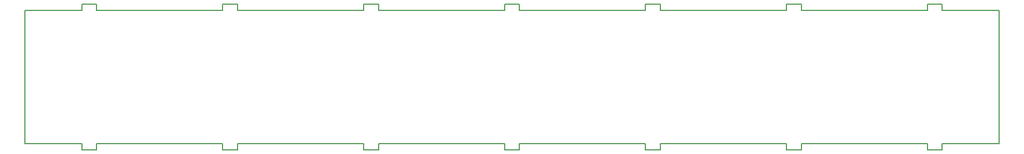
<source format=gbr>
%TF.GenerationSoftware,KiCad,Pcbnew,8.0.4*%
%TF.CreationDate,2024-09-26T21:02:32-07:00*%
%TF.ProjectId,KSS_V50,4b53535f-5635-4302-9e6b-696361645f70,rev?*%
%TF.SameCoordinates,Original*%
%TF.FileFunction,Profile,NP*%
%FSLAX46Y46*%
G04 Gerber Fmt 4.6, Leading zero omitted, Abs format (unit mm)*
G04 Created by KiCad (PCBNEW 8.0.4) date 2024-09-26 21:02:32*
%MOMM*%
%LPD*%
G01*
G04 APERTURE LIST*
%TA.AperFunction,Profile*%
%ADD10C,0.200000*%
%TD*%
G04 APERTURE END LIST*
D10*
X128490500Y-88384000D02*
X126077500Y-88384000D01*
X128490500Y-112162000D02*
X128490500Y-111146000D01*
X80077500Y-88384000D02*
X80077500Y-89400000D01*
X128490500Y-89400000D02*
X128490500Y-88384000D01*
X126077500Y-112162000D02*
X128490500Y-112162000D01*
X149077500Y-89400000D02*
X128490500Y-89400000D01*
X126077500Y-111146000D02*
X126077500Y-112162000D01*
X149077500Y-88384000D02*
X149077500Y-89400000D01*
X105490500Y-111146000D02*
X126077500Y-111146000D01*
X151490500Y-88384000D02*
X149077500Y-88384000D01*
X105490500Y-112162000D02*
X105490500Y-111146000D01*
X151490500Y-89400000D02*
X151490500Y-88384000D01*
X103077500Y-112162000D02*
X105490500Y-112162000D01*
X172077500Y-89400000D02*
X151490500Y-89400000D01*
X103077500Y-111146000D02*
X103077500Y-112162000D01*
X172077500Y-88384000D02*
X172077500Y-89400000D01*
X82490500Y-111146000D02*
X103077500Y-111146000D01*
X174490500Y-88384000D02*
X172077500Y-88384000D01*
X82490500Y-112162000D02*
X82490500Y-111146000D01*
X174490500Y-89400000D02*
X174490500Y-88384000D01*
X80077500Y-112162000D02*
X82490500Y-112162000D01*
X220490500Y-88384000D02*
X218077500Y-88384000D01*
X220490500Y-89400000D02*
X220490500Y-88384000D01*
X229768000Y-89400000D02*
X220490500Y-89400000D01*
X229768000Y-111146000D02*
X229768000Y-89400000D01*
X220490500Y-112162000D02*
X220490500Y-111146000D01*
X220490500Y-111146000D02*
X229768000Y-111146000D01*
X218077500Y-88384000D02*
X218077500Y-89400000D01*
X218077500Y-89400000D02*
X197490500Y-89400000D01*
X80077500Y-89400000D02*
X70800000Y-89400000D01*
X197490500Y-89400000D02*
X197490500Y-88384000D01*
X70800000Y-89400000D02*
X70800000Y-111146000D01*
X197490500Y-88384000D02*
X195077500Y-88384000D01*
X70800000Y-111146000D02*
X80077500Y-111146000D01*
X195077500Y-88384000D02*
X195077500Y-89400000D01*
X80077500Y-111146000D02*
X80077500Y-112162000D01*
X195077500Y-89400000D02*
X174490500Y-89400000D01*
X128490500Y-111146000D02*
X149077500Y-111146000D01*
X126077500Y-88384000D02*
X126077500Y-89400000D01*
X149077500Y-111146000D02*
X149077500Y-112162000D01*
X126077500Y-89400000D02*
X105490500Y-89400000D01*
X149077500Y-112162000D02*
X151490500Y-112162000D01*
X105490500Y-89400000D02*
X105490500Y-88384000D01*
X151490500Y-112162000D02*
X151490500Y-111146000D01*
X105490500Y-88384000D02*
X103077500Y-88384000D01*
X151490500Y-111146000D02*
X172077500Y-111146000D01*
X103077500Y-88384000D02*
X103077500Y-89400000D01*
X172077500Y-111146000D02*
X172077500Y-112162000D01*
X103077500Y-89400000D02*
X82490500Y-89400000D01*
X172077500Y-112162000D02*
X174490500Y-112162000D01*
X82490500Y-89400000D02*
X82490500Y-88384000D01*
X174490500Y-112162000D02*
X174490500Y-111146000D01*
X82490500Y-88384000D02*
X80077500Y-88384000D01*
X174490500Y-111146000D02*
X195077500Y-111146000D01*
X195077500Y-111146000D02*
X195077500Y-112162000D01*
X195077500Y-112162000D02*
X197490500Y-112162000D01*
X197490500Y-112162000D02*
X197490500Y-111146000D01*
X197490500Y-111146000D02*
X218077500Y-111146000D01*
X218077500Y-111146000D02*
X218077500Y-112162000D01*
X218077500Y-112162000D02*
X220490500Y-112162000D01*
M02*

</source>
